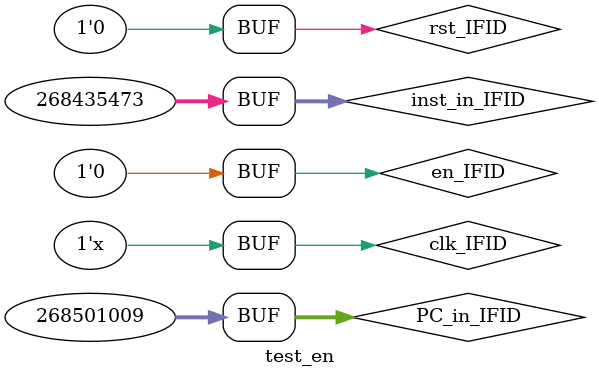
<source format=v>
`timescale 1ns / 1ps


module test_en(

    );
    
reg clk_IFID; //¼Ä´æÆ÷Ê±ÖÓ
reg rst_IFID; //¼Ä´æÆ÷¸´Î»
reg en_IFID;//¼Ä´æÆ÷Ê¹ÄÜ
reg [31:0] PC_in_IFID; //PCÊäÈë
reg [31:0]inst_in_IFID; //Ö¸ÁîÊäÈë
wire [31:0] PC_out_IFID; //PCÊä³ö
wire  [31:0] inst_out_IFID; //Ö¸ÁîÊä³ö
my_IF_reg_ID new(
.clk_IFID(clk_IFID), //¼Ä´æÆ÷Ê±ÖÓ
. rst_IFID(rst_IFID), //¼Ä´æÆ÷¸´Î»
. en_IFID(en_IFID), //¼Ä´æÆ÷Ê¹ÄÜ
.  PC_in_IFID(PC_in_IFID), //PCÊäÈë
. inst_in_IFID(inst_in_IFID), //Ö¸ÁîÊäÈë
.PC_out_IFID(PC_out_IFID), //PCÊä³ö
.inst_out_IFID(inst_out_IFID) //Ö¸ÁîÊä³ö
); 
initial begin
    clk_IFID = 0;
    rst_IFID = 1;
    en_IFID = 1;
    PC_in_IFID = 32'h00000010;
    inst_in_IFID = 32'h00000011;
    #100;
    rst_IFID = 0;
    #100;
    en_IFID = 0;
    PC_in_IFID = 32'h10000010;
    inst_in_IFID = 32'h10000011;
    #100;
    rst_IFID = 1;
    #100;
    rst_IFID = 0;
    en_IFID = 1;
    #100;
    en_IFID = 0;
     PC_in_IFID = 32'h10010010;
     inst_in_IFID = 32'h10000000;
     #100;
      PC_in_IFID = 32'h10010011;
     inst_in_IFID = 32'h10000011;
end
always begin
 clk_IFID = clk_IFID+1;
 #20;
end
endmodule

</source>
